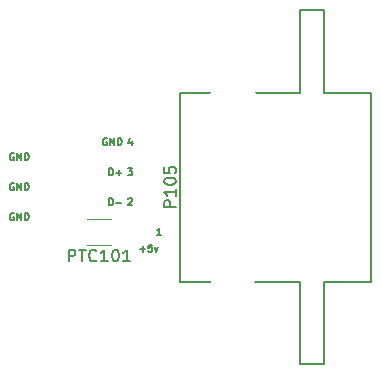
<source format=gbr>
G04 #@! TF.FileFunction,Legend,Top*
%FSLAX46Y46*%
G04 Gerber Fmt 4.6, Leading zero omitted, Abs format (unit mm)*
G04 Created by KiCad (PCBNEW 4.0.7) date Sun May  6 21:07:47 2018*
%MOMM*%
%LPD*%
G01*
G04 APERTURE LIST*
%ADD10C,0.100000*%
%ADD11C,0.127000*%
%ADD12C,0.150000*%
%ADD13C,0.120000*%
%ADD14C,1.244600*%
%ADD15C,3.276600*%
%ADD16C,4.701600*%
%ADD17C,1.752600*%
%ADD18C,1.625600*%
%ADD19R,1.301600X1.801600*%
G04 APERTURE END LIST*
D10*
D11*
X143148143Y-106849857D02*
X143605286Y-106849857D01*
X143376715Y-107078429D02*
X143376715Y-106621286D01*
X144176714Y-106478429D02*
X143891000Y-106478429D01*
X143862429Y-106764143D01*
X143891000Y-106735571D01*
X143948143Y-106707000D01*
X144091000Y-106707000D01*
X144148143Y-106735571D01*
X144176714Y-106764143D01*
X144205286Y-106821286D01*
X144205286Y-106964143D01*
X144176714Y-107021286D01*
X144148143Y-107049857D01*
X144091000Y-107078429D01*
X143948143Y-107078429D01*
X143891000Y-107049857D01*
X143862429Y-107021286D01*
X144405286Y-106678429D02*
X144548143Y-107078429D01*
X144691001Y-106678429D01*
X140532000Y-103141429D02*
X140532000Y-102541429D01*
X140674857Y-102541429D01*
X140760572Y-102570000D01*
X140817714Y-102627143D01*
X140846286Y-102684286D01*
X140874857Y-102798571D01*
X140874857Y-102884286D01*
X140846286Y-102998571D01*
X140817714Y-103055714D01*
X140760572Y-103112857D01*
X140674857Y-103141429D01*
X140532000Y-103141429D01*
X141132000Y-102912857D02*
X141589143Y-102912857D01*
X140532000Y-100601429D02*
X140532000Y-100001429D01*
X140674857Y-100001429D01*
X140760572Y-100030000D01*
X140817714Y-100087143D01*
X140846286Y-100144286D01*
X140874857Y-100258571D01*
X140874857Y-100344286D01*
X140846286Y-100458571D01*
X140817714Y-100515714D01*
X140760572Y-100572857D01*
X140674857Y-100601429D01*
X140532000Y-100601429D01*
X141132000Y-100372857D02*
X141589143Y-100372857D01*
X141360572Y-100601429D02*
X141360572Y-100144286D01*
X142449571Y-97661429D02*
X142449571Y-98061429D01*
X142306714Y-97432857D02*
X142163857Y-97861429D01*
X142535285Y-97861429D01*
X142135285Y-100001429D02*
X142506714Y-100001429D01*
X142306714Y-100230000D01*
X142392428Y-100230000D01*
X142449571Y-100258571D01*
X142478142Y-100287143D01*
X142506714Y-100344286D01*
X142506714Y-100487143D01*
X142478142Y-100544286D01*
X142449571Y-100572857D01*
X142392428Y-100601429D01*
X142221000Y-100601429D01*
X142163857Y-100572857D01*
X142135285Y-100544286D01*
X142163857Y-102598571D02*
X142192428Y-102570000D01*
X142249571Y-102541429D01*
X142392428Y-102541429D01*
X142449571Y-102570000D01*
X142478142Y-102598571D01*
X142506714Y-102655714D01*
X142506714Y-102712857D01*
X142478142Y-102798571D01*
X142135285Y-103141429D01*
X142506714Y-103141429D01*
X144983143Y-105681429D02*
X144640286Y-105681429D01*
X144811714Y-105681429D02*
X144811714Y-105081429D01*
X144754571Y-105167143D01*
X144697429Y-105224286D01*
X144640286Y-105252857D01*
X140360572Y-97490000D02*
X140303429Y-97461429D01*
X140217715Y-97461429D01*
X140132000Y-97490000D01*
X140074858Y-97547143D01*
X140046286Y-97604286D01*
X140017715Y-97718571D01*
X140017715Y-97804286D01*
X140046286Y-97918571D01*
X140074858Y-97975714D01*
X140132000Y-98032857D01*
X140217715Y-98061429D01*
X140274858Y-98061429D01*
X140360572Y-98032857D01*
X140389143Y-98004286D01*
X140389143Y-97804286D01*
X140274858Y-97804286D01*
X140646286Y-98061429D02*
X140646286Y-97461429D01*
X140989143Y-98061429D01*
X140989143Y-97461429D01*
X141274857Y-98061429D02*
X141274857Y-97461429D01*
X141417714Y-97461429D01*
X141503429Y-97490000D01*
X141560571Y-97547143D01*
X141589143Y-97604286D01*
X141617714Y-97718571D01*
X141617714Y-97804286D01*
X141589143Y-97918571D01*
X141560571Y-97975714D01*
X141503429Y-98032857D01*
X141417714Y-98061429D01*
X141274857Y-98061429D01*
X132486572Y-103840000D02*
X132429429Y-103811429D01*
X132343715Y-103811429D01*
X132258000Y-103840000D01*
X132200858Y-103897143D01*
X132172286Y-103954286D01*
X132143715Y-104068571D01*
X132143715Y-104154286D01*
X132172286Y-104268571D01*
X132200858Y-104325714D01*
X132258000Y-104382857D01*
X132343715Y-104411429D01*
X132400858Y-104411429D01*
X132486572Y-104382857D01*
X132515143Y-104354286D01*
X132515143Y-104154286D01*
X132400858Y-104154286D01*
X132772286Y-104411429D02*
X132772286Y-103811429D01*
X133115143Y-104411429D01*
X133115143Y-103811429D01*
X133400857Y-104411429D02*
X133400857Y-103811429D01*
X133543714Y-103811429D01*
X133629429Y-103840000D01*
X133686571Y-103897143D01*
X133715143Y-103954286D01*
X133743714Y-104068571D01*
X133743714Y-104154286D01*
X133715143Y-104268571D01*
X133686571Y-104325714D01*
X133629429Y-104382857D01*
X133543714Y-104411429D01*
X133400857Y-104411429D01*
X132486572Y-101300000D02*
X132429429Y-101271429D01*
X132343715Y-101271429D01*
X132258000Y-101300000D01*
X132200858Y-101357143D01*
X132172286Y-101414286D01*
X132143715Y-101528571D01*
X132143715Y-101614286D01*
X132172286Y-101728571D01*
X132200858Y-101785714D01*
X132258000Y-101842857D01*
X132343715Y-101871429D01*
X132400858Y-101871429D01*
X132486572Y-101842857D01*
X132515143Y-101814286D01*
X132515143Y-101614286D01*
X132400858Y-101614286D01*
X132772286Y-101871429D02*
X132772286Y-101271429D01*
X133115143Y-101871429D01*
X133115143Y-101271429D01*
X133400857Y-101871429D02*
X133400857Y-101271429D01*
X133543714Y-101271429D01*
X133629429Y-101300000D01*
X133686571Y-101357143D01*
X133715143Y-101414286D01*
X133743714Y-101528571D01*
X133743714Y-101614286D01*
X133715143Y-101728571D01*
X133686571Y-101785714D01*
X133629429Y-101842857D01*
X133543714Y-101871429D01*
X133400857Y-101871429D01*
X132486572Y-98760000D02*
X132429429Y-98731429D01*
X132343715Y-98731429D01*
X132258000Y-98760000D01*
X132200858Y-98817143D01*
X132172286Y-98874286D01*
X132143715Y-98988571D01*
X132143715Y-99074286D01*
X132172286Y-99188571D01*
X132200858Y-99245714D01*
X132258000Y-99302857D01*
X132343715Y-99331429D01*
X132400858Y-99331429D01*
X132486572Y-99302857D01*
X132515143Y-99274286D01*
X132515143Y-99074286D01*
X132400858Y-99074286D01*
X132772286Y-99331429D02*
X132772286Y-98731429D01*
X133115143Y-99331429D01*
X133115143Y-98731429D01*
X133400857Y-99331429D02*
X133400857Y-98731429D01*
X133543714Y-98731429D01*
X133629429Y-98760000D01*
X133686571Y-98817143D01*
X133715143Y-98874286D01*
X133743714Y-98988571D01*
X133743714Y-99074286D01*
X133715143Y-99188571D01*
X133686571Y-99245714D01*
X133629429Y-99302857D01*
X133543714Y-99331429D01*
X133400857Y-99331429D01*
D12*
X158750000Y-109600000D02*
X158750000Y-116600000D01*
X162750000Y-109600000D02*
X158750000Y-109600000D01*
X162750000Y-93600000D02*
X162750000Y-109600000D01*
X158750000Y-93600000D02*
X162750000Y-93600000D01*
X158750000Y-86600000D02*
X158750000Y-93600000D01*
X156750000Y-86600000D02*
X158750000Y-86600000D01*
X156750000Y-93600000D02*
X156750000Y-86600000D01*
X146550000Y-93600000D02*
X156750000Y-93600000D01*
X146550000Y-109600000D02*
X146550000Y-93600000D01*
X156750000Y-109600000D02*
X146550000Y-109600000D01*
X156750000Y-116600000D02*
X156750000Y-109600000D01*
X158750000Y-116600000D02*
X156750000Y-116600000D01*
D13*
X140700000Y-106480000D02*
X138700000Y-106480000D01*
X138700000Y-104340000D02*
X140700000Y-104340000D01*
D12*
X146202381Y-103290476D02*
X145202381Y-103290476D01*
X145202381Y-102909523D01*
X145250000Y-102814285D01*
X145297619Y-102766666D01*
X145392857Y-102719047D01*
X145535714Y-102719047D01*
X145630952Y-102766666D01*
X145678571Y-102814285D01*
X145726190Y-102909523D01*
X145726190Y-103290476D01*
X146202381Y-101766666D02*
X146202381Y-102338095D01*
X146202381Y-102052381D02*
X145202381Y-102052381D01*
X145345238Y-102147619D01*
X145440476Y-102242857D01*
X145488095Y-102338095D01*
X145202381Y-101147619D02*
X145202381Y-101052380D01*
X145250000Y-100957142D01*
X145297619Y-100909523D01*
X145392857Y-100861904D01*
X145583333Y-100814285D01*
X145821429Y-100814285D01*
X146011905Y-100861904D01*
X146107143Y-100909523D01*
X146154762Y-100957142D01*
X146202381Y-101052380D01*
X146202381Y-101147619D01*
X146154762Y-101242857D01*
X146107143Y-101290476D01*
X146011905Y-101338095D01*
X145821429Y-101385714D01*
X145583333Y-101385714D01*
X145392857Y-101338095D01*
X145297619Y-101290476D01*
X145250000Y-101242857D01*
X145202381Y-101147619D01*
X145202381Y-99909523D02*
X145202381Y-100385714D01*
X145678571Y-100433333D01*
X145630952Y-100385714D01*
X145583333Y-100290476D01*
X145583333Y-100052380D01*
X145630952Y-99957142D01*
X145678571Y-99909523D01*
X145773810Y-99861904D01*
X146011905Y-99861904D01*
X146107143Y-99909523D01*
X146154762Y-99957142D01*
X146202381Y-100052380D01*
X146202381Y-100290476D01*
X146154762Y-100385714D01*
X146107143Y-100433333D01*
X137128571Y-107894381D02*
X137128571Y-106894381D01*
X137509524Y-106894381D01*
X137604762Y-106942000D01*
X137652381Y-106989619D01*
X137700000Y-107084857D01*
X137700000Y-107227714D01*
X137652381Y-107322952D01*
X137604762Y-107370571D01*
X137509524Y-107418190D01*
X137128571Y-107418190D01*
X137985714Y-106894381D02*
X138557143Y-106894381D01*
X138271428Y-107894381D02*
X138271428Y-106894381D01*
X139461905Y-107799143D02*
X139414286Y-107846762D01*
X139271429Y-107894381D01*
X139176191Y-107894381D01*
X139033333Y-107846762D01*
X138938095Y-107751524D01*
X138890476Y-107656286D01*
X138842857Y-107465810D01*
X138842857Y-107322952D01*
X138890476Y-107132476D01*
X138938095Y-107037238D01*
X139033333Y-106942000D01*
X139176191Y-106894381D01*
X139271429Y-106894381D01*
X139414286Y-106942000D01*
X139461905Y-106989619D01*
X140414286Y-107894381D02*
X139842857Y-107894381D01*
X140128571Y-107894381D02*
X140128571Y-106894381D01*
X140033333Y-107037238D01*
X139938095Y-107132476D01*
X139842857Y-107180095D01*
X141033333Y-106894381D02*
X141128572Y-106894381D01*
X141223810Y-106942000D01*
X141271429Y-106989619D01*
X141319048Y-107084857D01*
X141366667Y-107275333D01*
X141366667Y-107513429D01*
X141319048Y-107703905D01*
X141271429Y-107799143D01*
X141223810Y-107846762D01*
X141128572Y-107894381D01*
X141033333Y-107894381D01*
X140938095Y-107846762D01*
X140890476Y-107799143D01*
X140842857Y-107703905D01*
X140795238Y-107513429D01*
X140795238Y-107275333D01*
X140842857Y-107084857D01*
X140890476Y-106989619D01*
X140938095Y-106942000D01*
X141033333Y-106894381D01*
X142319048Y-107894381D02*
X141747619Y-107894381D01*
X142033333Y-107894381D02*
X142033333Y-106894381D01*
X141938095Y-107037238D01*
X141842857Y-107132476D01*
X141747619Y-107180095D01*
%LPC*%
D14*
X134620000Y-104140000D03*
X134620000Y-99060000D03*
X134620000Y-101600000D03*
D15*
X132080000Y-107950000D03*
X132080000Y-95250000D03*
D14*
X129540000Y-101600000D03*
D16*
X151080000Y-108170000D03*
X151080000Y-95030000D03*
D17*
X148750000Y-105100000D03*
X148750000Y-102600000D03*
X148750000Y-100600000D03*
X148750000Y-98100000D03*
D18*
X143510000Y-105410000D03*
X143510000Y-102870000D03*
X143510000Y-100330000D03*
X143510000Y-97790000D03*
D19*
X138100000Y-105410000D03*
X141300000Y-105410000D03*
D18*
X139700000Y-101600000D03*
M02*

</source>
